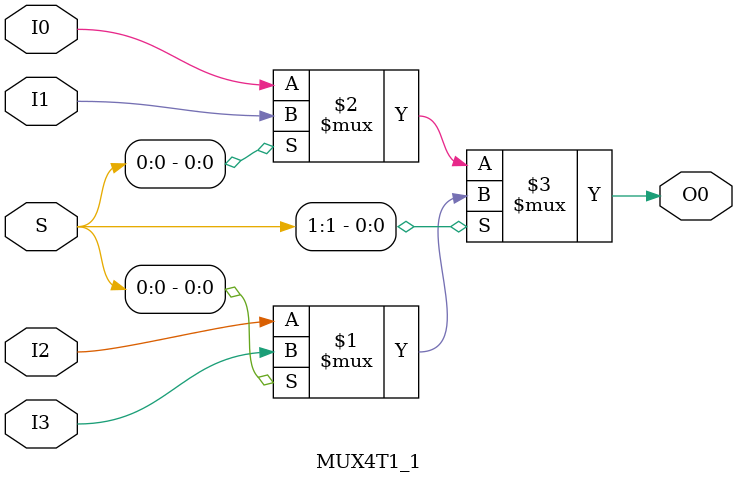
<source format=v>
`timescale 1ns / 1ps


module MUX4T1_1(
    input I0,
    input I1,
    input I2,
    input I3,
    input [1:0] S,
    output O0
    );
    assign O0 = S[1] ? (S[0] ? I3:I2) : (S[0] ? I1 : I0);
endmodule

</source>
